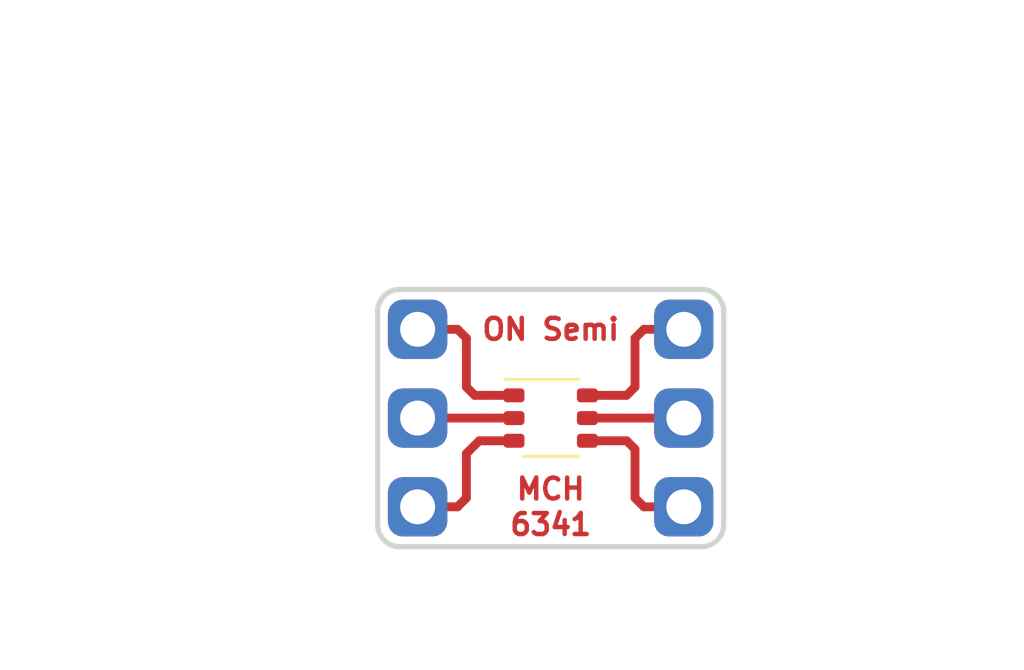
<source format=kicad_pcb>
(kicad_pcb (version 20171130) (host pcbnew "(5.0.2)-1")

  (general
    (thickness 1.6)
    (drawings 18)
    (tracks 28)
    (zones 0)
    (modules 3)
    (nets 4)
  )

  (page A4)
  (layers
    (0 F.Cu signal)
    (31 B.Cu signal)
    (32 B.Adhes user)
    (33 F.Adhes user)
    (34 B.Paste user)
    (35 F.Paste user)
    (36 B.SilkS user)
    (37 F.SilkS user)
    (38 B.Mask user)
    (39 F.Mask user)
    (40 Dwgs.User user)
    (41 Cmts.User user)
    (42 Eco1.User user)
    (43 Eco2.User user)
    (44 Edge.Cuts user)
    (45 Margin user)
    (46 B.CrtYd user)
    (47 F.CrtYd user)
    (48 B.Fab user)
    (49 F.Fab user)
  )

  (setup
    (last_trace_width 0.254)
    (user_trace_width 0.508)
    (user_trace_width 0.762)
    (user_trace_width 1.016)
    (user_trace_width 1.27)
    (user_trace_width 1.524)
    (trace_clearance 0.1524)
    (zone_clearance 0.1524)
    (zone_45_only no)
    (trace_min 0.1524)
    (segment_width 0.2)
    (edge_width 0.15)
    (via_size 0.8)
    (via_drill 0.4)
    (via_min_size 0.4)
    (via_min_drill 0.3)
    (uvia_size 0.3)
    (uvia_drill 0.1)
    (uvias_allowed no)
    (uvia_min_size 0.2)
    (uvia_min_drill 0.1)
    (pcb_text_width 0.3)
    (pcb_text_size 1.5 1.5)
    (mod_edge_width 0.15)
    (mod_text_size 1 1)
    (mod_text_width 0.15)
    (pad_size 1.7 1.7)
    (pad_drill 1)
    (pad_to_mask_clearance 0.0508)
    (aux_axis_origin 0 0)
    (visible_elements 7FFFFFFF)
    (pcbplotparams
      (layerselection 0x010fc_ffffffff)
      (usegerberextensions false)
      (usegerberattributes false)
      (usegerberadvancedattributes false)
      (creategerberjobfile false)
      (excludeedgelayer true)
      (linewidth 0.050000)
      (plotframeref false)
      (viasonmask false)
      (mode 1)
      (useauxorigin false)
      (hpglpennumber 1)
      (hpglpenspeed 20)
      (hpglpendiameter 15.000000)
      (psnegative false)
      (psa4output false)
      (plotreference true)
      (plotvalue true)
      (plotinvisibletext false)
      (padsonsilk false)
      (subtractmaskfromsilk false)
      (outputformat 1)
      (mirror false)
      (drillshape 1)
      (scaleselection 1)
      (outputdirectory ""))
  )

  (net 0 "")
  (net 1 /D)
  (net 2 /G)
  (net 3 /S)

  (net_class Default "This is the default net class."
    (clearance 0.1524)
    (trace_width 0.254)
    (via_dia 0.8)
    (via_drill 0.4)
    (uvia_dia 0.3)
    (uvia_drill 0.1)
    (add_net /D)
    (add_net /G)
    (add_net /S)
  )

  (module SA_Connectors_Pin_Headers_THT:PinHeader_1x03_P2.54mm_Vertical_Bottom (layer F.Cu) (tedit 5C2CBE61) (tstamp 5C3611D2)
    (at 132.08 91.44)
    (descr "Through hole straight pin header, 1x03, 2.54mm pitch, single row")
    (tags "Through hole pin header THT 1x03 2.54mm single row")
    (path /5C2F689A)
    (fp_text reference J2 (at 0 -2.2) (layer F.SilkS) hide
      (effects (font (size 0.6 0.6) (thickness 0.127)))
    )
    (fp_text value PinHeader_1x03_P2.54mm_Vertical_Bottom (at 0 7.09) (layer F.Fab) hide
      (effects (font (size 0.3 0.3) (thickness 0.03)))
    )
    (fp_text user %R (at 0 2.54 90) (layer F.Fab)
      (effects (font (size 0.4 0.4) (thickness 0.05)))
    )
    (fp_line (start 1.8 -1.8) (end -1.8 -1.8) (layer F.CrtYd) (width 0.05))
    (fp_line (start 1.8 6.85) (end 1.8 -1.8) (layer F.CrtYd) (width 0.05))
    (fp_line (start -1.8 6.85) (end 1.8 6.85) (layer F.CrtYd) (width 0.05))
    (fp_line (start -1.8 -1.8) (end -1.8 6.85) (layer F.CrtYd) (width 0.05))
    (fp_line (start -1.27 -0.635) (end -0.635 -1.27) (layer B.Fab) (width 0.1))
    (fp_line (start -1.27 6.35) (end -1.27 -0.635) (layer B.Fab) (width 0.1))
    (fp_line (start 1.27 6.35) (end -1.27 6.35) (layer B.Fab) (width 0.1))
    (fp_line (start 1.27 -1.27) (end 1.27 6.35) (layer B.Fab) (width 0.1))
    (fp_line (start -0.635 -1.27) (end 1.27 -1.27) (layer B.Fab) (width 0.1))
    (pad 3 thru_hole roundrect (at 0 5.08) (size 1.7 1.7) (drill 1) (layers *.Cu *.Mask) (roundrect_rratio 0.25)
      (net 3 /S))
    (pad 2 thru_hole roundrect (at 0 2.54) (size 1.7 1.7) (drill 1) (layers *.Cu *.Mask) (roundrect_rratio 0.25)
      (net 1 /D) (zone_connect 2))
    (pad 1 thru_hole roundrect (at 0 0) (size 1.7 1.7) (drill 1) (layers *.Cu *.Mask) (roundrect_rratio 0.25)
      (net 1 /D) (zone_connect 2))
    (model ${SA_LIB_3DSHAPES}/Packages/PinHeader_1x03_P254mm_Vertical_Bottom.step
      (at (xyz 0 0 0))
      (scale (xyz 1 1 1))
      (rotate (xyz 0 0 0))
    )
  )

  (module SA_Connectors_Pin_Headers_THT:PinHeader_1x03_P2.54mm_Vertical_Bottom (layer F.Cu) (tedit 5C2CBE65) (tstamp 5C3611C1)
    (at 124.46 91.44)
    (descr "Through hole straight pin header, 1x03, 2.54mm pitch, single row")
    (tags "Through hole pin header THT 1x03 2.54mm single row")
    (path /5C2F686B)
    (fp_text reference J1 (at 0 -2.2) (layer F.SilkS) hide
      (effects (font (size 0.6 0.6) (thickness 0.127)))
    )
    (fp_text value PinHeader_1x03_P2.54mm_Vertical_Bottom (at 0 7.09) (layer F.Fab) hide
      (effects (font (size 0.3 0.3) (thickness 0.03)))
    )
    (fp_line (start -0.635 -1.27) (end 1.27 -1.27) (layer B.Fab) (width 0.1))
    (fp_line (start 1.27 -1.27) (end 1.27 6.35) (layer B.Fab) (width 0.1))
    (fp_line (start 1.27 6.35) (end -1.27 6.35) (layer B.Fab) (width 0.1))
    (fp_line (start -1.27 6.35) (end -1.27 -0.635) (layer B.Fab) (width 0.1))
    (fp_line (start -1.27 -0.635) (end -0.635 -1.27) (layer B.Fab) (width 0.1))
    (fp_line (start -1.8 -1.8) (end -1.8 6.85) (layer F.CrtYd) (width 0.05))
    (fp_line (start -1.8 6.85) (end 1.8 6.85) (layer F.CrtYd) (width 0.05))
    (fp_line (start 1.8 6.85) (end 1.8 -1.8) (layer F.CrtYd) (width 0.05))
    (fp_line (start 1.8 -1.8) (end -1.8 -1.8) (layer F.CrtYd) (width 0.05))
    (fp_text user %R (at 0 2.54 90) (layer F.Fab)
      (effects (font (size 0.4 0.4) (thickness 0.05)))
    )
    (pad 1 thru_hole roundrect (at 0 0) (size 1.7 1.7) (drill 1) (layers *.Cu *.Mask) (roundrect_rratio 0.25)
      (net 1 /D) (zone_connect 2))
    (pad 2 thru_hole roundrect (at 0 2.54) (size 1.7 1.7) (drill 1) (layers *.Cu *.Mask) (roundrect_rratio 0.25)
      (net 1 /D) (zone_connect 2))
    (pad 3 thru_hole roundrect (at 0 5.08) (size 1.7 1.7) (drill 1) (layers *.Cu *.Mask) (roundrect_rratio 0.25)
      (net 2 /G))
    (model ${SA_LIB_3DSHAPES}/Packages/PinHeader_1x03_P254mm_Vertical_Bottom.step
      (at (xyz 0 0 0))
      (scale (xyz 1 1 1))
      (rotate (xyz 0 0 0))
    )
  )

  (module SA_Transistors_MOSFET_SMD:ON_Semi_MCH6341-TL-W_SOT-363_SC-70-6_SC-88 (layer F.Cu) (tedit 5C2CBD72) (tstamp 5C3611B0)
    (at 128.27 93.98)
    (descr "SOT-363, SC-70-6")
    (tags "SOT-363 SC-70-6")
    (path /5C2D0A5B)
    (attr smd)
    (fp_text reference Q1 (at 0 -1.6) (layer F.SilkS) hide
      (effects (font (size 0.6 0.6) (thickness 0.127)))
    )
    (fp_text value ON_Semi_MCH6341-TL-W (at 0 1.45 180) (layer F.Fab)
      (effects (font (size 0.3 0.3) (thickness 0.03)))
    )
    (fp_text user %R (at 0 0 180) (layer F.Fab)
      (effects (font (size 0.4 0.4) (thickness 0.05)))
    )
    (fp_line (start -0.79 1.1) (end 0.79 1.1) (layer F.SilkS) (width 0.1))
    (fp_line (start -0.8 -1) (end -0.8 1) (layer F.Fab) (width 0.1))
    (fp_line (start -0.8 1) (end 0.8 1) (layer F.Fab) (width 0.1))
    (fp_line (start 0.8 1) (end 0.8 -1) (layer F.Fab) (width 0.1))
    (fp_line (start 0.8 -1) (end -0.8 -1) (layer F.Fab) (width 0.1))
    (fp_line (start 0.8 -1.1) (end -1.3 -1.1) (layer F.SilkS) (width 0.1))
    (fp_line (start -1.05 0.15) (end -1.05 -0.15) (layer F.Fab) (width 0.1))
    (fp_line (start -1.05 -0.5) (end -1.05 -0.8) (layer F.Fab) (width 0.1))
    (fp_line (start -1.05 0.8) (end -1.05 0.5) (layer F.Fab) (width 0.1))
    (fp_line (start 1.05 0.8) (end 1.05 0.5) (layer F.Fab) (width 0.1))
    (fp_line (start 1.05 0.15) (end 1.05 -0.15) (layer F.Fab) (width 0.1))
    (fp_line (start 1.05 0.5) (end 0.8 0.5) (layer F.Fab) (width 0.1))
    (fp_line (start 1.05 0.8) (end 0.8 0.8) (layer F.Fab) (width 0.1))
    (fp_line (start -1.05 0.5) (end -0.8 0.5) (layer F.Fab) (width 0.1))
    (fp_line (start -1.05 0.8) (end -0.8 0.8) (layer F.Fab) (width 0.1))
    (fp_line (start -1.05 -0.15) (end -0.8 -0.15) (layer F.Fab) (width 0.1))
    (fp_line (start -1.05 0.15) (end -0.8 0.15) (layer F.Fab) (width 0.1))
    (fp_line (start -1.05 -0.8) (end -0.8 -0.8) (layer F.Fab) (width 0.1))
    (fp_line (start -1.05 -0.5) (end -0.8 -0.5) (layer F.Fab) (width 0.1))
    (fp_line (start 0.8 -0.8) (end 1.05 -0.8) (layer F.Fab) (width 0.1))
    (fp_line (start 1.05 -0.8) (end 1.05 -0.5) (layer F.Fab) (width 0.1))
    (fp_line (start 1.05 -0.5) (end 0.8 -0.5) (layer F.Fab) (width 0.1))
    (fp_line (start 1.05 -0.15) (end 0.8 -0.15) (layer F.Fab) (width 0.1))
    (fp_line (start 1.05 0.15) (end 0.8 0.15) (layer F.Fab) (width 0.1))
    (fp_line (start -0.8 -0.65) (end -0.45 -1) (layer F.Fab) (width 0.1))
    (fp_line (start -1.4 1.2) (end 1.4 1.2) (layer F.CrtYd) (width 0.05))
    (fp_line (start 1.4 -1.2) (end 1.4 -0.2) (layer F.CrtYd) (width 0.05))
    (fp_line (start 1.4 -0.2) (end 1.4 1.2) (layer F.CrtYd) (width 0.05))
    (fp_line (start -1.4 1.2) (end -1.4 -1.2) (layer F.CrtYd) (width 0.05))
    (fp_line (start -1.4 -1.2) (end 1.4 -1.2) (layer F.CrtYd) (width 0.05))
    (pad D smd roundrect (at -1.05 -0.65) (size 0.6 0.4) (layers F.Cu F.Paste F.Mask) (roundrect_rratio 0.25)
      (net 1 /D) (zone_connect 2))
    (pad G smd roundrect (at -1.05 0.65) (size 0.6 0.4) (layers F.Cu F.Paste F.Mask) (roundrect_rratio 0.25)
      (net 2 /G))
    (pad D smd roundrect (at 1.05 0) (size 0.6 0.4) (layers F.Cu F.Paste F.Mask) (roundrect_rratio 0.25)
      (net 1 /D) (zone_connect 2))
    (pad D smd roundrect (at -1.05 0) (size 0.6 0.4) (layers F.Cu F.Paste F.Mask) (roundrect_rratio 0.25)
      (net 1 /D) (zone_connect 2))
    (pad S smd roundrect (at 1.05 0.65) (size 0.6 0.4) (layers F.Cu F.Paste F.Mask) (roundrect_rratio 0.25)
      (net 3 /S))
    (pad D smd roundrect (at 1.05 -0.65) (size 0.6 0.4) (layers F.Cu F.Paste F.Mask) (roundrect_rratio 0.25)
      (net 1 /D) (zone_connect 2))
    (model ${SA_LIB_3DSHAPES}/ON_Semi_MCH6341-TL-W_SOT-363_SC-70-6_SC-88/ON_Semi_MCH6341-TL-W_SOT-363_SC-70-6_SC-88.step
      (at (xyz 0 0 0))
      (scale (xyz 1 1 1))
      (rotate (xyz 0 0 0))
    )
  )

  (dimension 2.54 (width 0.3) (layer F.Fab)
    (gr_text "2.540 mm" (at 118.042 95.25 90) (layer F.Fab)
      (effects (font (size 1.5 1.5) (thickness 0.3)))
    )
    (feature1 (pts (xy 124.46 93.98) (xy 119.555579 93.98)))
    (feature2 (pts (xy 124.46 96.52) (xy 119.555579 96.52)))
    (crossbar (pts (xy 120.142 96.52) (xy 120.142 93.98)))
    (arrow1a (pts (xy 120.142 93.98) (xy 120.728421 95.106504)))
    (arrow1b (pts (xy 120.142 93.98) (xy 119.555579 95.106504)))
    (arrow2a (pts (xy 120.142 96.52) (xy 120.728421 95.393496)))
    (arrow2b (pts (xy 120.142 96.52) (xy 119.555579 95.393496)))
  )
  (dimension 7.62 (width 0.3) (layer F.Fab)
    (gr_text "7.620 mm" (at 128.27 102.557) (layer F.Fab)
      (effects (font (size 1.5 1.5) (thickness 0.3)))
    )
    (feature1 (pts (xy 132.08 96.52) (xy 132.08 101.043421)))
    (feature2 (pts (xy 124.46 96.52) (xy 124.46 101.043421)))
    (crossbar (pts (xy 124.46 100.457) (xy 132.08 100.457)))
    (arrow1a (pts (xy 132.08 100.457) (xy 130.953496 101.043421)))
    (arrow1b (pts (xy 132.08 100.457) (xy 130.953496 99.870579)))
    (arrow2a (pts (xy 124.46 100.457) (xy 125.586504 101.043421)))
    (arrow2b (pts (xy 124.46 100.457) (xy 125.586504 99.870579)))
  )
  (dimension 7.366 (width 0.3) (layer F.Fab)
    (gr_text "7.366 mm" (at 139.895 93.98 270) (layer F.Fab)
      (effects (font (size 1.5 1.5) (thickness 0.3)))
    )
    (feature1 (pts (xy 132.08 97.663) (xy 138.381421 97.663)))
    (feature2 (pts (xy 132.08 90.297) (xy 138.381421 90.297)))
    (crossbar (pts (xy 137.795 90.297) (xy 137.795 97.663)))
    (arrow1a (pts (xy 137.795 97.663) (xy 137.208579 96.536496)))
    (arrow1b (pts (xy 137.795 97.663) (xy 138.381421 96.536496)))
    (arrow2a (pts (xy 137.795 90.297) (xy 137.208579 91.423504)))
    (arrow2b (pts (xy 137.795 90.297) (xy 138.381421 91.423504)))
  )
  (dimension 9.906 (width 0.3) (layer F.Fab)
    (gr_text "9.906 mm" (at 128.27 83.117) (layer F.Fab)
      (effects (font (size 1.5 1.5) (thickness 0.3)))
    )
    (feature1 (pts (xy 133.223 91.44) (xy 133.223 84.630579)))
    (feature2 (pts (xy 123.317 91.44) (xy 123.317 84.630579)))
    (crossbar (pts (xy 123.317 85.217) (xy 133.223 85.217)))
    (arrow1a (pts (xy 133.223 85.217) (xy 132.096496 85.803421)))
    (arrow1b (pts (xy 133.223 85.217) (xy 132.096496 84.630579)))
    (arrow2a (pts (xy 123.317 85.217) (xy 124.443504 85.803421)))
    (arrow2b (pts (xy 123.317 85.217) (xy 124.443504 84.630579)))
  )
  (gr_text MCH (at 128.27 96.012) (layer F.Mask) (tstamp 5C2F82AC)
    (effects (font (size 0.6 0.6) (thickness 0.127)))
  )
  (gr_text MCH (at 128.27 96.012) (layer F.Cu) (tstamp 5C2F82A4)
    (effects (font (size 0.6 0.6) (thickness 0.127)))
  )
  (gr_line (start 123.317 90.932) (end 123.317 97.028) (layer Edge.Cuts) (width 0.15))
  (gr_line (start 132.588 90.297) (end 123.952 90.297) (layer Edge.Cuts) (width 0.15))
  (gr_line (start 133.223 97.028) (end 133.223 90.932) (layer Edge.Cuts) (width 0.15))
  (gr_line (start 123.952 97.663) (end 132.588 97.663) (layer Edge.Cuts) (width 0.15))
  (gr_arc (start 132.588 90.932) (end 133.223 90.932) (angle -90) (layer Edge.Cuts) (width 0.15) (tstamp 5C3655E3))
  (gr_arc (start 132.588 97.028) (end 132.588 97.663) (angle -90) (layer Edge.Cuts) (width 0.15) (tstamp 5C3655E0))
  (gr_arc (start 123.952 97.028) (end 123.317 97.028) (angle -90) (layer Edge.Cuts) (width 0.15) (tstamp 5C3655DC))
  (gr_arc (start 123.952 90.932) (end 123.952 90.297) (angle -90) (layer Edge.Cuts) (width 0.15))
  (gr_text "ON Semi" (at 128.27 91.44) (layer F.Mask) (tstamp 5C361F68)
    (effects (font (size 0.6 0.6) (thickness 0.127)))
  )
  (gr_text 6341 (at 128.27 97.028) (layer F.Mask) (tstamp 5C361F5D)
    (effects (font (size 0.6 0.6) (thickness 0.127)))
  )
  (gr_text 6341 (at 128.27 97.028) (layer F.Cu) (tstamp 5C361F58)
    (effects (font (size 0.6 0.6) (thickness 0.127)))
  )
  (gr_text "ON Semi" (at 128.27 91.44) (layer F.Cu)
    (effects (font (size 0.6 0.6) (thickness 0.127)))
  )

  (segment (start 129.32 93.98) (end 130.175 93.98) (width 0.254) (layer F.Cu) (net 1))
  (segment (start 127.22 93.98) (end 126.365 93.98) (width 0.254) (layer F.Cu) (net 1))
  (segment (start 130.175 93.98) (end 132.08 93.98) (width 0.254) (layer F.Cu) (net 1))
  (segment (start 126.365 93.98) (end 124.46 93.98) (width 0.254) (layer F.Cu) (net 1))
  (segment (start 130.16 93.33) (end 129.32 93.33) (width 0.254) (layer F.Cu) (net 1))
  (segment (start 130.444 93.33) (end 130.16 93.33) (width 0.254) (layer F.Cu) (net 1))
  (segment (start 130.683 93.091) (end 130.444 93.33) (width 0.254) (layer F.Cu) (net 1))
  (segment (start 130.683 91.694) (end 130.683 93.091) (width 0.254) (layer F.Cu) (net 1))
  (segment (start 132.08 91.44) (end 130.937 91.44) (width 0.254) (layer F.Cu) (net 1))
  (segment (start 130.937 91.44) (end 130.683 91.694) (width 0.254) (layer F.Cu) (net 1))
  (segment (start 126.38 93.33) (end 127.22 93.33) (width 0.254) (layer F.Cu) (net 1))
  (segment (start 126.096 93.33) (end 126.38 93.33) (width 0.254) (layer F.Cu) (net 1))
  (segment (start 125.857 93.091) (end 126.096 93.33) (width 0.254) (layer F.Cu) (net 1))
  (segment (start 125.857 91.694) (end 125.857 93.091) (width 0.254) (layer F.Cu) (net 1))
  (segment (start 124.46 91.44) (end 125.603 91.44) (width 0.254) (layer F.Cu) (net 1))
  (segment (start 125.603 91.44) (end 125.857 91.694) (width 0.254) (layer F.Cu) (net 1))
  (segment (start 126.38 94.63) (end 127.22 94.63) (width 0.254) (layer F.Cu) (net 2))
  (segment (start 126.223 94.63) (end 126.38 94.63) (width 0.254) (layer F.Cu) (net 2))
  (segment (start 125.857 94.996) (end 126.223 94.63) (width 0.254) (layer F.Cu) (net 2))
  (segment (start 125.857 96.266) (end 125.857 94.996) (width 0.254) (layer F.Cu) (net 2))
  (segment (start 124.46 96.52) (end 125.603 96.52) (width 0.254) (layer F.Cu) (net 2))
  (segment (start 125.603 96.52) (end 125.857 96.266) (width 0.254) (layer F.Cu) (net 2))
  (segment (start 130.16 94.63) (end 129.32 94.63) (width 0.254) (layer F.Cu) (net 3))
  (segment (start 130.444 94.63) (end 130.16 94.63) (width 0.254) (layer F.Cu) (net 3))
  (segment (start 130.683 94.869) (end 130.444 94.63) (width 0.254) (layer F.Cu) (net 3))
  (segment (start 130.683 96.266) (end 130.683 94.869) (width 0.254) (layer F.Cu) (net 3))
  (segment (start 132.08 96.52) (end 130.937 96.52) (width 0.254) (layer F.Cu) (net 3))
  (segment (start 130.937 96.52) (end 130.683 96.266) (width 0.254) (layer F.Cu) (net 3))

)

</source>
